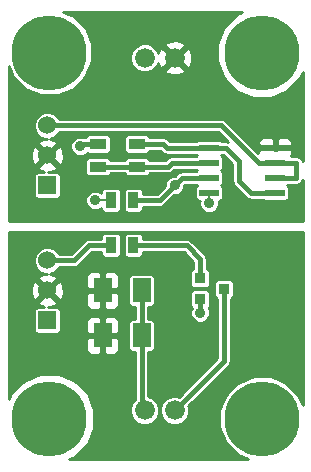
<source format=gtl>
G04 (created by PCBNEW (2013-04-19 BZR 4011)-stable) date 05/01/2015 16:59:12*
%MOIN*%
G04 Gerber Fmt 3.4, Leading zero omitted, Abs format*
%FSLAX34Y34*%
G01*
G70*
G90*
G04 APERTURE LIST*
%ADD10C,2.3622e-006*%
%ADD11C,0.25*%
%ADD12C,0.066*%
%ADD13R,0.036X0.036*%
%ADD14R,0.065X0.0236*%
%ADD15R,0.06X0.08*%
%ADD16R,0.055X0.035*%
%ADD17R,0.06X0.06*%
%ADD18C,0.06*%
%ADD19R,0.035X0.055*%
%ADD20C,0.035*%
%ADD21C,0.015*%
%ADD22C,0.008*%
%ADD23C,0.01*%
G04 APERTURE END LIST*
G54D10*
G54D11*
X8661Y-13779D03*
X1574Y-1574D03*
G54D12*
X4750Y-13500D03*
X5750Y-13500D03*
X5750Y-1750D03*
X4750Y-1750D03*
G54D13*
X6600Y-9800D03*
X6600Y-9100D03*
X7400Y-9450D03*
G54D14*
X9100Y-4750D03*
X6900Y-4750D03*
X9100Y-5250D03*
X9100Y-5750D03*
X9100Y-6250D03*
X6900Y-5250D03*
X6900Y-5750D03*
X6900Y-6250D03*
G54D15*
X3350Y-9500D03*
X4650Y-9500D03*
X3350Y-11000D03*
X4650Y-11000D03*
G54D16*
X4500Y-5375D03*
X4500Y-4625D03*
G54D17*
X1500Y-10500D03*
G54D18*
X1500Y-9500D03*
X1500Y-8500D03*
G54D17*
X1500Y-6000D03*
G54D18*
X1500Y-5000D03*
X1500Y-4000D03*
G54D19*
X3625Y-6500D03*
X4375Y-6500D03*
G54D16*
X3200Y-4625D03*
X3200Y-5375D03*
G54D19*
X3625Y-8000D03*
X4375Y-8000D03*
G54D11*
X1574Y-13779D03*
X8661Y-1574D03*
G54D20*
X2600Y-4700D03*
X6900Y-6600D03*
X3100Y-6500D03*
X6600Y-10250D03*
X5750Y-6000D03*
G54D21*
X3200Y-4625D02*
X2675Y-4625D01*
X2675Y-4625D02*
X2600Y-4700D01*
G54D22*
X6900Y-6250D02*
X6900Y-6600D01*
X3625Y-6500D02*
X3100Y-6500D01*
G54D21*
X6600Y-9800D02*
X6586Y-10236D01*
X6586Y-10236D02*
X6600Y-10250D01*
X3200Y-5375D02*
X4500Y-5375D01*
X4500Y-5375D02*
X5525Y-5375D01*
X5650Y-5250D02*
X6900Y-5250D01*
X5525Y-5375D02*
X5650Y-5250D01*
X7400Y-9450D02*
X7400Y-11850D01*
X7400Y-11850D02*
X5750Y-13500D01*
X6900Y-4750D02*
X7450Y-4750D01*
X8300Y-6250D02*
X9100Y-6250D01*
X7900Y-5850D02*
X8300Y-6250D01*
X7900Y-5200D02*
X7900Y-5850D01*
X7450Y-4750D02*
X7900Y-5200D01*
X6900Y-4750D02*
X5500Y-4750D01*
X5500Y-4750D02*
X5375Y-4625D01*
X5375Y-4625D02*
X4500Y-4625D01*
G54D22*
X4500Y-4625D02*
X5375Y-4625D01*
X5375Y-4625D02*
X5500Y-4750D01*
G54D21*
X6900Y-5750D02*
X6000Y-5750D01*
X6000Y-5750D02*
X5750Y-6000D01*
X4375Y-6500D02*
X5250Y-6500D01*
X5250Y-6500D02*
X5750Y-6000D01*
G54D22*
X6000Y-5750D02*
X5750Y-6000D01*
X5250Y-6500D02*
X6000Y-5750D01*
G54D21*
X5950Y-4000D02*
X7300Y-4000D01*
X8550Y-5250D02*
X9100Y-5250D01*
X7300Y-4000D02*
X8550Y-5250D01*
X9100Y-5250D02*
X9800Y-5250D01*
X9800Y-5250D02*
X9800Y-5750D01*
X9800Y-5750D02*
X9100Y-5750D01*
X1500Y-4000D02*
X5950Y-4000D01*
X6600Y-9100D02*
X6600Y-8450D01*
X6150Y-8000D02*
X4375Y-8000D01*
X6600Y-8450D02*
X6150Y-8000D01*
X1500Y-8500D02*
X2400Y-8500D01*
X2900Y-8000D02*
X3625Y-8000D01*
X2400Y-8500D02*
X2900Y-8000D01*
X4650Y-9500D02*
X4650Y-11000D01*
X4650Y-11000D02*
X4650Y-13400D01*
X4650Y-13400D02*
X4750Y-13500D01*
G54D10*
G36*
X10011Y-7200D02*
X3950Y-7200D01*
X3950Y-6745D01*
X3950Y-6195D01*
X3927Y-6140D01*
X3885Y-6097D01*
X3829Y-6075D01*
X3770Y-6074D01*
X3420Y-6074D01*
X3365Y-6097D01*
X3322Y-6139D01*
X3300Y-6195D01*
X3299Y-6240D01*
X3284Y-6224D01*
X3164Y-6175D01*
X3035Y-6174D01*
X2916Y-6224D01*
X2824Y-6315D01*
X2775Y-6435D01*
X2774Y-6564D01*
X2824Y-6683D01*
X2915Y-6775D01*
X3035Y-6824D01*
X3164Y-6825D01*
X3283Y-6775D01*
X3299Y-6759D01*
X3299Y-6804D01*
X3322Y-6859D01*
X3364Y-6902D01*
X3420Y-6924D01*
X3479Y-6925D01*
X3829Y-6925D01*
X3884Y-6902D01*
X3927Y-6860D01*
X3949Y-6804D01*
X3950Y-6745D01*
X3950Y-7200D01*
X2054Y-7200D01*
X2054Y-5081D01*
X2043Y-4863D01*
X1981Y-4712D01*
X1885Y-4684D01*
X1570Y-5000D01*
X1885Y-5315D01*
X1981Y-5287D01*
X2054Y-5081D01*
X2054Y-7200D01*
X1950Y-7200D01*
X1950Y-6270D01*
X1950Y-5670D01*
X1927Y-5615D01*
X1885Y-5572D01*
X1829Y-5550D01*
X1770Y-5549D01*
X1514Y-5549D01*
X1636Y-5543D01*
X1787Y-5481D01*
X1815Y-5385D01*
X1500Y-5070D01*
X1429Y-5141D01*
X1429Y-5000D01*
X1114Y-4684D01*
X1018Y-4712D01*
X945Y-4918D01*
X956Y-5136D01*
X1018Y-5287D01*
X1114Y-5315D01*
X1429Y-5000D01*
X1429Y-5141D01*
X1184Y-5385D01*
X1212Y-5481D01*
X1404Y-5549D01*
X1170Y-5549D01*
X1115Y-5572D01*
X1072Y-5614D01*
X1050Y-5670D01*
X1049Y-5729D01*
X1049Y-6329D01*
X1072Y-6384D01*
X1114Y-6427D01*
X1170Y-6449D01*
X1229Y-6450D01*
X1829Y-6450D01*
X1884Y-6427D01*
X1927Y-6385D01*
X1949Y-6329D01*
X1950Y-6270D01*
X1950Y-7200D01*
X225Y-7200D01*
X225Y-2026D01*
X370Y-2378D01*
X769Y-2777D01*
X1291Y-2994D01*
X1856Y-2995D01*
X2378Y-2779D01*
X2777Y-2380D01*
X2994Y-1858D01*
X2995Y-1293D01*
X2779Y-771D01*
X2380Y-371D01*
X2026Y-225D01*
X8000Y-225D01*
X7812Y-302D01*
X7390Y-724D01*
X7161Y-1275D01*
X7161Y-1871D01*
X7389Y-2423D01*
X7810Y-2845D01*
X8361Y-3074D01*
X8958Y-3075D01*
X9509Y-2847D01*
X9932Y-2425D01*
X10011Y-2235D01*
X10011Y-5180D01*
X10007Y-5163D01*
X9959Y-5090D01*
X9886Y-5042D01*
X9800Y-5025D01*
X9621Y-5025D01*
X9637Y-5009D01*
X9675Y-4917D01*
X9675Y-4582D01*
X9637Y-4490D01*
X9566Y-4420D01*
X9474Y-4382D01*
X9375Y-4381D01*
X9212Y-4382D01*
X9150Y-4444D01*
X9150Y-4700D01*
X9612Y-4700D01*
X9675Y-4637D01*
X9675Y-4582D01*
X9675Y-4917D01*
X9675Y-4862D01*
X9612Y-4800D01*
X9150Y-4800D01*
X9150Y-4807D01*
X9050Y-4807D01*
X9050Y-4800D01*
X9050Y-4700D01*
X9050Y-4444D01*
X8987Y-4382D01*
X8824Y-4381D01*
X8725Y-4382D01*
X8633Y-4420D01*
X8562Y-4490D01*
X8524Y-4582D01*
X8525Y-4637D01*
X8587Y-4700D01*
X9050Y-4700D01*
X9050Y-4800D01*
X8587Y-4800D01*
X8525Y-4862D01*
X8524Y-4906D01*
X7459Y-3840D01*
X7386Y-3792D01*
X7371Y-3789D01*
X7300Y-3774D01*
X7299Y-3775D01*
X6334Y-3775D01*
X6334Y-1838D01*
X6324Y-1608D01*
X6256Y-1444D01*
X6157Y-1413D01*
X6086Y-1483D01*
X6086Y-1342D01*
X6055Y-1243D01*
X5838Y-1165D01*
X5608Y-1175D01*
X5444Y-1243D01*
X5413Y-1342D01*
X5750Y-1679D01*
X6086Y-1342D01*
X6086Y-1483D01*
X5820Y-1750D01*
X6157Y-2086D01*
X6256Y-2055D01*
X6334Y-1838D01*
X6334Y-3775D01*
X6086Y-3775D01*
X6086Y-2157D01*
X5750Y-1820D01*
X5679Y-1891D01*
X5679Y-1750D01*
X5342Y-1413D01*
X5243Y-1444D01*
X5196Y-1574D01*
X5157Y-1478D01*
X5022Y-1343D01*
X4845Y-1270D01*
X4654Y-1269D01*
X4478Y-1342D01*
X4343Y-1477D01*
X4270Y-1654D01*
X4269Y-1845D01*
X4342Y-2021D01*
X4477Y-2156D01*
X4654Y-2229D01*
X4845Y-2230D01*
X5021Y-2157D01*
X5156Y-2022D01*
X5193Y-1933D01*
X5243Y-2055D01*
X5342Y-2086D01*
X5679Y-1750D01*
X5679Y-1891D01*
X5413Y-2157D01*
X5444Y-2256D01*
X5661Y-2334D01*
X5891Y-2324D01*
X6055Y-2256D01*
X6086Y-2157D01*
X6086Y-3775D01*
X5950Y-3775D01*
X1893Y-3775D01*
X1881Y-3745D01*
X1755Y-3618D01*
X1589Y-3550D01*
X1410Y-3549D01*
X1245Y-3618D01*
X1118Y-3744D01*
X1050Y-3910D01*
X1049Y-4089D01*
X1118Y-4254D01*
X1244Y-4381D01*
X1410Y-4449D01*
X1486Y-4449D01*
X1363Y-4456D01*
X1212Y-4518D01*
X1184Y-4614D01*
X1500Y-4929D01*
X1815Y-4614D01*
X1787Y-4518D01*
X1592Y-4448D01*
X1754Y-4381D01*
X1881Y-4255D01*
X1893Y-4225D01*
X5950Y-4225D01*
X7206Y-4225D01*
X7520Y-4539D01*
X7450Y-4524D01*
X7449Y-4525D01*
X7330Y-4525D01*
X7310Y-4504D01*
X7254Y-4482D01*
X7195Y-4481D01*
X6545Y-4481D01*
X6490Y-4504D01*
X6469Y-4525D01*
X5593Y-4525D01*
X5534Y-4465D01*
X5461Y-4417D01*
X5446Y-4414D01*
X5375Y-4399D01*
X5374Y-4400D01*
X4916Y-4400D01*
X4902Y-4365D01*
X4860Y-4322D01*
X4804Y-4300D01*
X4745Y-4299D01*
X4195Y-4299D01*
X4140Y-4322D01*
X4097Y-4364D01*
X4075Y-4420D01*
X4074Y-4479D01*
X4074Y-4829D01*
X4097Y-4884D01*
X4139Y-4927D01*
X4195Y-4949D01*
X4254Y-4950D01*
X4804Y-4950D01*
X4859Y-4927D01*
X4902Y-4885D01*
X4916Y-4850D01*
X5281Y-4850D01*
X5340Y-4909D01*
X5340Y-4909D01*
X5413Y-4957D01*
X5499Y-4975D01*
X5499Y-4974D01*
X5500Y-4975D01*
X6469Y-4975D01*
X6489Y-4995D01*
X6501Y-4999D01*
X6490Y-5004D01*
X6469Y-5025D01*
X5650Y-5025D01*
X5649Y-5025D01*
X5563Y-5042D01*
X5490Y-5090D01*
X5490Y-5090D01*
X5431Y-5150D01*
X4916Y-5150D01*
X4902Y-5115D01*
X4860Y-5072D01*
X4804Y-5050D01*
X4745Y-5049D01*
X4195Y-5049D01*
X4140Y-5072D01*
X4097Y-5114D01*
X4083Y-5150D01*
X3625Y-5150D01*
X3625Y-4770D01*
X3625Y-4420D01*
X3602Y-4365D01*
X3560Y-4322D01*
X3504Y-4300D01*
X3445Y-4299D01*
X2895Y-4299D01*
X2840Y-4322D01*
X2797Y-4364D01*
X2783Y-4400D01*
X2725Y-4400D01*
X2664Y-4375D01*
X2535Y-4374D01*
X2416Y-4424D01*
X2324Y-4515D01*
X2275Y-4635D01*
X2274Y-4764D01*
X2324Y-4883D01*
X2415Y-4975D01*
X2535Y-5024D01*
X2664Y-5025D01*
X2783Y-4975D01*
X2836Y-4923D01*
X2839Y-4927D01*
X2895Y-4949D01*
X2954Y-4950D01*
X3504Y-4950D01*
X3559Y-4927D01*
X3602Y-4885D01*
X3624Y-4829D01*
X3625Y-4770D01*
X3625Y-5150D01*
X3616Y-5150D01*
X3602Y-5115D01*
X3560Y-5072D01*
X3504Y-5050D01*
X3445Y-5049D01*
X2895Y-5049D01*
X2840Y-5072D01*
X2797Y-5114D01*
X2775Y-5170D01*
X2774Y-5229D01*
X2774Y-5579D01*
X2797Y-5634D01*
X2839Y-5677D01*
X2895Y-5699D01*
X2954Y-5700D01*
X3504Y-5700D01*
X3559Y-5677D01*
X3602Y-5635D01*
X3616Y-5600D01*
X4083Y-5600D01*
X4097Y-5634D01*
X4139Y-5677D01*
X4195Y-5699D01*
X4254Y-5700D01*
X4804Y-5700D01*
X4859Y-5677D01*
X4902Y-5635D01*
X4916Y-5600D01*
X5524Y-5600D01*
X5525Y-5600D01*
X5525Y-5600D01*
X5596Y-5585D01*
X5611Y-5582D01*
X5611Y-5582D01*
X5684Y-5534D01*
X5743Y-5475D01*
X6469Y-5475D01*
X6489Y-5495D01*
X6501Y-5499D01*
X6490Y-5504D01*
X6469Y-5525D01*
X6000Y-5525D01*
X5913Y-5542D01*
X5840Y-5590D01*
X5840Y-5590D01*
X5756Y-5675D01*
X5685Y-5674D01*
X5566Y-5724D01*
X5474Y-5815D01*
X5425Y-5935D01*
X5424Y-6006D01*
X5156Y-6275D01*
X4700Y-6275D01*
X4700Y-6195D01*
X4677Y-6140D01*
X4635Y-6097D01*
X4579Y-6075D01*
X4520Y-6074D01*
X4170Y-6074D01*
X4115Y-6097D01*
X4072Y-6139D01*
X4050Y-6195D01*
X4049Y-6254D01*
X4049Y-6804D01*
X4072Y-6859D01*
X4114Y-6902D01*
X4170Y-6924D01*
X4229Y-6925D01*
X4579Y-6925D01*
X4634Y-6902D01*
X4677Y-6860D01*
X4699Y-6804D01*
X4700Y-6745D01*
X4700Y-6725D01*
X5249Y-6725D01*
X5250Y-6725D01*
X5250Y-6725D01*
X5321Y-6710D01*
X5336Y-6707D01*
X5336Y-6707D01*
X5409Y-6659D01*
X5743Y-6324D01*
X5814Y-6325D01*
X5933Y-6275D01*
X6025Y-6184D01*
X6074Y-6064D01*
X6075Y-5993D01*
X6093Y-5975D01*
X6469Y-5975D01*
X6489Y-5995D01*
X6501Y-5999D01*
X6490Y-6004D01*
X6447Y-6046D01*
X6425Y-6102D01*
X6424Y-6161D01*
X6424Y-6397D01*
X6447Y-6452D01*
X6489Y-6495D01*
X6545Y-6517D01*
X6582Y-6518D01*
X6575Y-6535D01*
X6574Y-6664D01*
X6624Y-6783D01*
X6715Y-6875D01*
X6835Y-6924D01*
X6964Y-6925D01*
X7083Y-6875D01*
X7175Y-6784D01*
X7224Y-6664D01*
X7225Y-6535D01*
X7217Y-6518D01*
X7254Y-6518D01*
X7309Y-6495D01*
X7352Y-6453D01*
X7374Y-6397D01*
X7375Y-6338D01*
X7375Y-6102D01*
X7352Y-6047D01*
X7310Y-6004D01*
X7298Y-6000D01*
X7309Y-5995D01*
X7352Y-5953D01*
X7374Y-5897D01*
X7375Y-5838D01*
X7375Y-5602D01*
X7352Y-5547D01*
X7310Y-5504D01*
X7298Y-5500D01*
X7309Y-5495D01*
X7352Y-5453D01*
X7374Y-5397D01*
X7375Y-5338D01*
X7375Y-5102D01*
X7352Y-5047D01*
X7310Y-5004D01*
X7298Y-5000D01*
X7309Y-4995D01*
X7330Y-4975D01*
X7356Y-4975D01*
X7675Y-5293D01*
X7675Y-5849D01*
X7674Y-5850D01*
X7689Y-5921D01*
X7692Y-5936D01*
X7740Y-6009D01*
X8140Y-6409D01*
X8140Y-6409D01*
X8213Y-6457D01*
X8299Y-6475D01*
X8299Y-6474D01*
X8300Y-6475D01*
X8669Y-6475D01*
X8689Y-6495D01*
X8745Y-6517D01*
X8804Y-6518D01*
X9454Y-6518D01*
X9509Y-6495D01*
X9552Y-6453D01*
X9574Y-6397D01*
X9575Y-6338D01*
X9575Y-6102D01*
X9552Y-6047D01*
X9510Y-6004D01*
X9498Y-6000D01*
X9509Y-5995D01*
X9530Y-5975D01*
X9800Y-5975D01*
X9886Y-5957D01*
X9959Y-5909D01*
X10007Y-5836D01*
X10011Y-5819D01*
X10011Y-7200D01*
X10011Y-7200D01*
G37*
G54D23*
X10011Y-7200D02*
X3950Y-7200D01*
X3950Y-6745D01*
X3950Y-6195D01*
X3927Y-6140D01*
X3885Y-6097D01*
X3829Y-6075D01*
X3770Y-6074D01*
X3420Y-6074D01*
X3365Y-6097D01*
X3322Y-6139D01*
X3300Y-6195D01*
X3299Y-6240D01*
X3284Y-6224D01*
X3164Y-6175D01*
X3035Y-6174D01*
X2916Y-6224D01*
X2824Y-6315D01*
X2775Y-6435D01*
X2774Y-6564D01*
X2824Y-6683D01*
X2915Y-6775D01*
X3035Y-6824D01*
X3164Y-6825D01*
X3283Y-6775D01*
X3299Y-6759D01*
X3299Y-6804D01*
X3322Y-6859D01*
X3364Y-6902D01*
X3420Y-6924D01*
X3479Y-6925D01*
X3829Y-6925D01*
X3884Y-6902D01*
X3927Y-6860D01*
X3949Y-6804D01*
X3950Y-6745D01*
X3950Y-7200D01*
X2054Y-7200D01*
X2054Y-5081D01*
X2043Y-4863D01*
X1981Y-4712D01*
X1885Y-4684D01*
X1570Y-5000D01*
X1885Y-5315D01*
X1981Y-5287D01*
X2054Y-5081D01*
X2054Y-7200D01*
X1950Y-7200D01*
X1950Y-6270D01*
X1950Y-5670D01*
X1927Y-5615D01*
X1885Y-5572D01*
X1829Y-5550D01*
X1770Y-5549D01*
X1514Y-5549D01*
X1636Y-5543D01*
X1787Y-5481D01*
X1815Y-5385D01*
X1500Y-5070D01*
X1429Y-5141D01*
X1429Y-5000D01*
X1114Y-4684D01*
X1018Y-4712D01*
X945Y-4918D01*
X956Y-5136D01*
X1018Y-5287D01*
X1114Y-5315D01*
X1429Y-5000D01*
X1429Y-5141D01*
X1184Y-5385D01*
X1212Y-5481D01*
X1404Y-5549D01*
X1170Y-5549D01*
X1115Y-5572D01*
X1072Y-5614D01*
X1050Y-5670D01*
X1049Y-5729D01*
X1049Y-6329D01*
X1072Y-6384D01*
X1114Y-6427D01*
X1170Y-6449D01*
X1229Y-6450D01*
X1829Y-6450D01*
X1884Y-6427D01*
X1927Y-6385D01*
X1949Y-6329D01*
X1950Y-6270D01*
X1950Y-7200D01*
X225Y-7200D01*
X225Y-2026D01*
X370Y-2378D01*
X769Y-2777D01*
X1291Y-2994D01*
X1856Y-2995D01*
X2378Y-2779D01*
X2777Y-2380D01*
X2994Y-1858D01*
X2995Y-1293D01*
X2779Y-771D01*
X2380Y-371D01*
X2026Y-225D01*
X8000Y-225D01*
X7812Y-302D01*
X7390Y-724D01*
X7161Y-1275D01*
X7161Y-1871D01*
X7389Y-2423D01*
X7810Y-2845D01*
X8361Y-3074D01*
X8958Y-3075D01*
X9509Y-2847D01*
X9932Y-2425D01*
X10011Y-2235D01*
X10011Y-5180D01*
X10007Y-5163D01*
X9959Y-5090D01*
X9886Y-5042D01*
X9800Y-5025D01*
X9621Y-5025D01*
X9637Y-5009D01*
X9675Y-4917D01*
X9675Y-4582D01*
X9637Y-4490D01*
X9566Y-4420D01*
X9474Y-4382D01*
X9375Y-4381D01*
X9212Y-4382D01*
X9150Y-4444D01*
X9150Y-4700D01*
X9612Y-4700D01*
X9675Y-4637D01*
X9675Y-4582D01*
X9675Y-4917D01*
X9675Y-4862D01*
X9612Y-4800D01*
X9150Y-4800D01*
X9150Y-4807D01*
X9050Y-4807D01*
X9050Y-4800D01*
X9050Y-4700D01*
X9050Y-4444D01*
X8987Y-4382D01*
X8824Y-4381D01*
X8725Y-4382D01*
X8633Y-4420D01*
X8562Y-4490D01*
X8524Y-4582D01*
X8525Y-4637D01*
X8587Y-4700D01*
X9050Y-4700D01*
X9050Y-4800D01*
X8587Y-4800D01*
X8525Y-4862D01*
X8524Y-4906D01*
X7459Y-3840D01*
X7386Y-3792D01*
X7371Y-3789D01*
X7300Y-3774D01*
X7299Y-3775D01*
X6334Y-3775D01*
X6334Y-1838D01*
X6324Y-1608D01*
X6256Y-1444D01*
X6157Y-1413D01*
X6086Y-1483D01*
X6086Y-1342D01*
X6055Y-1243D01*
X5838Y-1165D01*
X5608Y-1175D01*
X5444Y-1243D01*
X5413Y-1342D01*
X5750Y-1679D01*
X6086Y-1342D01*
X6086Y-1483D01*
X5820Y-1750D01*
X6157Y-2086D01*
X6256Y-2055D01*
X6334Y-1838D01*
X6334Y-3775D01*
X6086Y-3775D01*
X6086Y-2157D01*
X5750Y-1820D01*
X5679Y-1891D01*
X5679Y-1750D01*
X5342Y-1413D01*
X5243Y-1444D01*
X5196Y-1574D01*
X5157Y-1478D01*
X5022Y-1343D01*
X4845Y-1270D01*
X4654Y-1269D01*
X4478Y-1342D01*
X4343Y-1477D01*
X4270Y-1654D01*
X4269Y-1845D01*
X4342Y-2021D01*
X4477Y-2156D01*
X4654Y-2229D01*
X4845Y-2230D01*
X5021Y-2157D01*
X5156Y-2022D01*
X5193Y-1933D01*
X5243Y-2055D01*
X5342Y-2086D01*
X5679Y-1750D01*
X5679Y-1891D01*
X5413Y-2157D01*
X5444Y-2256D01*
X5661Y-2334D01*
X5891Y-2324D01*
X6055Y-2256D01*
X6086Y-2157D01*
X6086Y-3775D01*
X5950Y-3775D01*
X1893Y-3775D01*
X1881Y-3745D01*
X1755Y-3618D01*
X1589Y-3550D01*
X1410Y-3549D01*
X1245Y-3618D01*
X1118Y-3744D01*
X1050Y-3910D01*
X1049Y-4089D01*
X1118Y-4254D01*
X1244Y-4381D01*
X1410Y-4449D01*
X1486Y-4449D01*
X1363Y-4456D01*
X1212Y-4518D01*
X1184Y-4614D01*
X1500Y-4929D01*
X1815Y-4614D01*
X1787Y-4518D01*
X1592Y-4448D01*
X1754Y-4381D01*
X1881Y-4255D01*
X1893Y-4225D01*
X5950Y-4225D01*
X7206Y-4225D01*
X7520Y-4539D01*
X7450Y-4524D01*
X7449Y-4525D01*
X7330Y-4525D01*
X7310Y-4504D01*
X7254Y-4482D01*
X7195Y-4481D01*
X6545Y-4481D01*
X6490Y-4504D01*
X6469Y-4525D01*
X5593Y-4525D01*
X5534Y-4465D01*
X5461Y-4417D01*
X5446Y-4414D01*
X5375Y-4399D01*
X5374Y-4400D01*
X4916Y-4400D01*
X4902Y-4365D01*
X4860Y-4322D01*
X4804Y-4300D01*
X4745Y-4299D01*
X4195Y-4299D01*
X4140Y-4322D01*
X4097Y-4364D01*
X4075Y-4420D01*
X4074Y-4479D01*
X4074Y-4829D01*
X4097Y-4884D01*
X4139Y-4927D01*
X4195Y-4949D01*
X4254Y-4950D01*
X4804Y-4950D01*
X4859Y-4927D01*
X4902Y-4885D01*
X4916Y-4850D01*
X5281Y-4850D01*
X5340Y-4909D01*
X5340Y-4909D01*
X5413Y-4957D01*
X5499Y-4975D01*
X5499Y-4974D01*
X5500Y-4975D01*
X6469Y-4975D01*
X6489Y-4995D01*
X6501Y-4999D01*
X6490Y-5004D01*
X6469Y-5025D01*
X5650Y-5025D01*
X5649Y-5025D01*
X5563Y-5042D01*
X5490Y-5090D01*
X5490Y-5090D01*
X5431Y-5150D01*
X4916Y-5150D01*
X4902Y-5115D01*
X4860Y-5072D01*
X4804Y-5050D01*
X4745Y-5049D01*
X4195Y-5049D01*
X4140Y-5072D01*
X4097Y-5114D01*
X4083Y-5150D01*
X3625Y-5150D01*
X3625Y-4770D01*
X3625Y-4420D01*
X3602Y-4365D01*
X3560Y-4322D01*
X3504Y-4300D01*
X3445Y-4299D01*
X2895Y-4299D01*
X2840Y-4322D01*
X2797Y-4364D01*
X2783Y-4400D01*
X2725Y-4400D01*
X2664Y-4375D01*
X2535Y-4374D01*
X2416Y-4424D01*
X2324Y-4515D01*
X2275Y-4635D01*
X2274Y-4764D01*
X2324Y-4883D01*
X2415Y-4975D01*
X2535Y-5024D01*
X2664Y-5025D01*
X2783Y-4975D01*
X2836Y-4923D01*
X2839Y-4927D01*
X2895Y-4949D01*
X2954Y-4950D01*
X3504Y-4950D01*
X3559Y-4927D01*
X3602Y-4885D01*
X3624Y-4829D01*
X3625Y-4770D01*
X3625Y-5150D01*
X3616Y-5150D01*
X3602Y-5115D01*
X3560Y-5072D01*
X3504Y-5050D01*
X3445Y-5049D01*
X2895Y-5049D01*
X2840Y-5072D01*
X2797Y-5114D01*
X2775Y-5170D01*
X2774Y-5229D01*
X2774Y-5579D01*
X2797Y-5634D01*
X2839Y-5677D01*
X2895Y-5699D01*
X2954Y-5700D01*
X3504Y-5700D01*
X3559Y-5677D01*
X3602Y-5635D01*
X3616Y-5600D01*
X4083Y-5600D01*
X4097Y-5634D01*
X4139Y-5677D01*
X4195Y-5699D01*
X4254Y-5700D01*
X4804Y-5700D01*
X4859Y-5677D01*
X4902Y-5635D01*
X4916Y-5600D01*
X5524Y-5600D01*
X5525Y-5600D01*
X5525Y-5600D01*
X5596Y-5585D01*
X5611Y-5582D01*
X5611Y-5582D01*
X5684Y-5534D01*
X5743Y-5475D01*
X6469Y-5475D01*
X6489Y-5495D01*
X6501Y-5499D01*
X6490Y-5504D01*
X6469Y-5525D01*
X6000Y-5525D01*
X5913Y-5542D01*
X5840Y-5590D01*
X5840Y-5590D01*
X5756Y-5675D01*
X5685Y-5674D01*
X5566Y-5724D01*
X5474Y-5815D01*
X5425Y-5935D01*
X5424Y-6006D01*
X5156Y-6275D01*
X4700Y-6275D01*
X4700Y-6195D01*
X4677Y-6140D01*
X4635Y-6097D01*
X4579Y-6075D01*
X4520Y-6074D01*
X4170Y-6074D01*
X4115Y-6097D01*
X4072Y-6139D01*
X4050Y-6195D01*
X4049Y-6254D01*
X4049Y-6804D01*
X4072Y-6859D01*
X4114Y-6902D01*
X4170Y-6924D01*
X4229Y-6925D01*
X4579Y-6925D01*
X4634Y-6902D01*
X4677Y-6860D01*
X4699Y-6804D01*
X4700Y-6745D01*
X4700Y-6725D01*
X5249Y-6725D01*
X5250Y-6725D01*
X5250Y-6725D01*
X5321Y-6710D01*
X5336Y-6707D01*
X5336Y-6707D01*
X5409Y-6659D01*
X5743Y-6324D01*
X5814Y-6325D01*
X5933Y-6275D01*
X6025Y-6184D01*
X6074Y-6064D01*
X6075Y-5993D01*
X6093Y-5975D01*
X6469Y-5975D01*
X6489Y-5995D01*
X6501Y-5999D01*
X6490Y-6004D01*
X6447Y-6046D01*
X6425Y-6102D01*
X6424Y-6161D01*
X6424Y-6397D01*
X6447Y-6452D01*
X6489Y-6495D01*
X6545Y-6517D01*
X6582Y-6518D01*
X6575Y-6535D01*
X6574Y-6664D01*
X6624Y-6783D01*
X6715Y-6875D01*
X6835Y-6924D01*
X6964Y-6925D01*
X7083Y-6875D01*
X7175Y-6784D01*
X7224Y-6664D01*
X7225Y-6535D01*
X7217Y-6518D01*
X7254Y-6518D01*
X7309Y-6495D01*
X7352Y-6453D01*
X7374Y-6397D01*
X7375Y-6338D01*
X7375Y-6102D01*
X7352Y-6047D01*
X7310Y-6004D01*
X7298Y-6000D01*
X7309Y-5995D01*
X7352Y-5953D01*
X7374Y-5897D01*
X7375Y-5838D01*
X7375Y-5602D01*
X7352Y-5547D01*
X7310Y-5504D01*
X7298Y-5500D01*
X7309Y-5495D01*
X7352Y-5453D01*
X7374Y-5397D01*
X7375Y-5338D01*
X7375Y-5102D01*
X7352Y-5047D01*
X7310Y-5004D01*
X7298Y-5000D01*
X7309Y-4995D01*
X7330Y-4975D01*
X7356Y-4975D01*
X7675Y-5293D01*
X7675Y-5849D01*
X7674Y-5850D01*
X7689Y-5921D01*
X7692Y-5936D01*
X7740Y-6009D01*
X8140Y-6409D01*
X8140Y-6409D01*
X8213Y-6457D01*
X8299Y-6475D01*
X8299Y-6474D01*
X8300Y-6475D01*
X8669Y-6475D01*
X8689Y-6495D01*
X8745Y-6517D01*
X8804Y-6518D01*
X9454Y-6518D01*
X9509Y-6495D01*
X9552Y-6453D01*
X9574Y-6397D01*
X9575Y-6338D01*
X9575Y-6102D01*
X9552Y-6047D01*
X9510Y-6004D01*
X9498Y-6000D01*
X9509Y-5995D01*
X9530Y-5975D01*
X9800Y-5975D01*
X9886Y-5957D01*
X9959Y-5909D01*
X10007Y-5836D01*
X10011Y-5819D01*
X10011Y-7200D01*
G54D10*
G36*
X10011Y-13327D02*
X9865Y-12976D01*
X9466Y-12576D01*
X8945Y-12359D01*
X8380Y-12359D01*
X7858Y-12575D01*
X7730Y-12702D01*
X7730Y-9600D01*
X7730Y-9240D01*
X7707Y-9185D01*
X7665Y-9142D01*
X7609Y-9120D01*
X7550Y-9119D01*
X7190Y-9119D01*
X7135Y-9142D01*
X7092Y-9184D01*
X7070Y-9240D01*
X7069Y-9299D01*
X7069Y-9659D01*
X7092Y-9714D01*
X7134Y-9757D01*
X7175Y-9773D01*
X7175Y-11756D01*
X6930Y-12001D01*
X6930Y-9950D01*
X6930Y-9590D01*
X6930Y-9250D01*
X6930Y-8890D01*
X6907Y-8835D01*
X6865Y-8792D01*
X6825Y-8776D01*
X6825Y-8450D01*
X6825Y-8450D01*
X6825Y-8450D01*
X6810Y-8378D01*
X6807Y-8363D01*
X6807Y-8363D01*
X6759Y-8290D01*
X6759Y-8290D01*
X6309Y-7840D01*
X6236Y-7792D01*
X6221Y-7789D01*
X6150Y-7774D01*
X6149Y-7775D01*
X4700Y-7775D01*
X4700Y-7695D01*
X4677Y-7640D01*
X4635Y-7597D01*
X4579Y-7575D01*
X4520Y-7574D01*
X4170Y-7574D01*
X4115Y-7597D01*
X4072Y-7639D01*
X4050Y-7695D01*
X4049Y-7754D01*
X4049Y-8304D01*
X4072Y-8359D01*
X4114Y-8402D01*
X4170Y-8424D01*
X4229Y-8425D01*
X4579Y-8425D01*
X4634Y-8402D01*
X4677Y-8360D01*
X4699Y-8304D01*
X4700Y-8245D01*
X4700Y-8225D01*
X6056Y-8225D01*
X6375Y-8543D01*
X6375Y-8776D01*
X6335Y-8792D01*
X6292Y-8834D01*
X6270Y-8890D01*
X6269Y-8949D01*
X6269Y-9309D01*
X6292Y-9364D01*
X6334Y-9407D01*
X6390Y-9429D01*
X6449Y-9430D01*
X6809Y-9430D01*
X6864Y-9407D01*
X6907Y-9365D01*
X6929Y-9309D01*
X6930Y-9250D01*
X6930Y-9590D01*
X6907Y-9535D01*
X6865Y-9492D01*
X6809Y-9470D01*
X6750Y-9469D01*
X6390Y-9469D01*
X6335Y-9492D01*
X6292Y-9534D01*
X6270Y-9590D01*
X6269Y-9649D01*
X6269Y-10009D01*
X6292Y-10064D01*
X6315Y-10087D01*
X6275Y-10185D01*
X6274Y-10314D01*
X6324Y-10433D01*
X6415Y-10525D01*
X6535Y-10574D01*
X6664Y-10575D01*
X6783Y-10525D01*
X6875Y-10434D01*
X6924Y-10314D01*
X6925Y-10185D01*
X6884Y-10087D01*
X6907Y-10065D01*
X6929Y-10009D01*
X6930Y-9950D01*
X6930Y-12001D01*
X5892Y-13039D01*
X5845Y-13020D01*
X5654Y-13019D01*
X5478Y-13092D01*
X5343Y-13227D01*
X5270Y-13404D01*
X5269Y-13595D01*
X5342Y-13771D01*
X5477Y-13906D01*
X5654Y-13979D01*
X5845Y-13980D01*
X6021Y-13907D01*
X6156Y-13772D01*
X6229Y-13595D01*
X6230Y-13404D01*
X6210Y-13357D01*
X7559Y-12009D01*
X7559Y-12009D01*
X7559Y-12009D01*
X7607Y-11936D01*
X7607Y-11936D01*
X7610Y-11921D01*
X7625Y-11850D01*
X7625Y-11850D01*
X7625Y-11849D01*
X7625Y-9773D01*
X7664Y-9757D01*
X7707Y-9715D01*
X7729Y-9659D01*
X7730Y-9600D01*
X7730Y-12702D01*
X7458Y-12974D01*
X7241Y-13495D01*
X7241Y-14060D01*
X7456Y-14582D01*
X7856Y-14982D01*
X8209Y-15129D01*
X5230Y-15129D01*
X5230Y-13404D01*
X5157Y-13228D01*
X5022Y-13093D01*
X4875Y-13032D01*
X4875Y-11550D01*
X4979Y-11550D01*
X5034Y-11527D01*
X5077Y-11485D01*
X5099Y-11429D01*
X5100Y-11370D01*
X5100Y-10570D01*
X5077Y-10515D01*
X5035Y-10472D01*
X4979Y-10450D01*
X4920Y-10449D01*
X4875Y-10449D01*
X4875Y-10050D01*
X4979Y-10050D01*
X5034Y-10027D01*
X5077Y-9985D01*
X5099Y-9929D01*
X5100Y-9870D01*
X5100Y-9070D01*
X5077Y-9015D01*
X5035Y-8972D01*
X4979Y-8950D01*
X4920Y-8949D01*
X4320Y-8949D01*
X4265Y-8972D01*
X4222Y-9014D01*
X4200Y-9070D01*
X4199Y-9129D01*
X4199Y-9929D01*
X4222Y-9984D01*
X4264Y-10027D01*
X4320Y-10049D01*
X4379Y-10050D01*
X4425Y-10050D01*
X4425Y-10449D01*
X4320Y-10449D01*
X4265Y-10472D01*
X4222Y-10514D01*
X4200Y-10570D01*
X4199Y-10629D01*
X4199Y-11429D01*
X4222Y-11484D01*
X4264Y-11527D01*
X4320Y-11549D01*
X4379Y-11550D01*
X4425Y-11550D01*
X4425Y-13146D01*
X4343Y-13227D01*
X4270Y-13404D01*
X4269Y-13595D01*
X4342Y-13771D01*
X4477Y-13906D01*
X4654Y-13979D01*
X4845Y-13980D01*
X5021Y-13907D01*
X5156Y-13772D01*
X5229Y-13595D01*
X5230Y-13404D01*
X5230Y-15129D01*
X3950Y-15129D01*
X3950Y-8245D01*
X3950Y-7695D01*
X3927Y-7640D01*
X3885Y-7597D01*
X3829Y-7575D01*
X3770Y-7574D01*
X3420Y-7574D01*
X3365Y-7597D01*
X3322Y-7639D01*
X3300Y-7695D01*
X3299Y-7754D01*
X3299Y-7775D01*
X2900Y-7775D01*
X2900Y-7774D01*
X2828Y-7789D01*
X2813Y-7792D01*
X2740Y-7840D01*
X2740Y-7840D01*
X2306Y-8275D01*
X1893Y-8275D01*
X1881Y-8245D01*
X1755Y-8118D01*
X1589Y-8050D01*
X1410Y-8049D01*
X1245Y-8118D01*
X1118Y-8244D01*
X1050Y-8410D01*
X1049Y-8589D01*
X1118Y-8754D01*
X1244Y-8881D01*
X1410Y-8949D01*
X1486Y-8949D01*
X1363Y-8956D01*
X1212Y-9018D01*
X1184Y-9114D01*
X1500Y-9429D01*
X1815Y-9114D01*
X1787Y-9018D01*
X1592Y-8948D01*
X1754Y-8881D01*
X1881Y-8755D01*
X1893Y-8725D01*
X2399Y-8725D01*
X2400Y-8725D01*
X2400Y-8725D01*
X2471Y-8710D01*
X2486Y-8707D01*
X2486Y-8707D01*
X2559Y-8659D01*
X2993Y-8225D01*
X3299Y-8225D01*
X3299Y-8304D01*
X3322Y-8359D01*
X3364Y-8402D01*
X3420Y-8424D01*
X3479Y-8425D01*
X3829Y-8425D01*
X3884Y-8402D01*
X3927Y-8360D01*
X3949Y-8304D01*
X3950Y-8245D01*
X3950Y-15129D01*
X3900Y-15129D01*
X3900Y-11350D01*
X3900Y-10649D01*
X3900Y-9850D01*
X3900Y-9149D01*
X3899Y-9050D01*
X3861Y-8958D01*
X3791Y-8887D01*
X3699Y-8849D01*
X3462Y-8850D01*
X3400Y-8912D01*
X3400Y-9450D01*
X3837Y-9450D01*
X3900Y-9387D01*
X3900Y-9149D01*
X3900Y-9850D01*
X3900Y-9612D01*
X3837Y-9550D01*
X3400Y-9550D01*
X3400Y-10087D01*
X3462Y-10150D01*
X3699Y-10150D01*
X3791Y-10112D01*
X3861Y-10041D01*
X3899Y-9949D01*
X3900Y-9850D01*
X3900Y-10649D01*
X3899Y-10550D01*
X3861Y-10458D01*
X3791Y-10387D01*
X3699Y-10349D01*
X3462Y-10350D01*
X3400Y-10412D01*
X3400Y-10950D01*
X3837Y-10950D01*
X3900Y-10887D01*
X3900Y-10649D01*
X3900Y-11350D01*
X3900Y-11112D01*
X3837Y-11050D01*
X3400Y-11050D01*
X3400Y-11587D01*
X3462Y-11650D01*
X3699Y-11650D01*
X3791Y-11612D01*
X3861Y-11541D01*
X3899Y-11449D01*
X3900Y-11350D01*
X3900Y-15129D01*
X3300Y-15129D01*
X3300Y-11587D01*
X3300Y-11050D01*
X3300Y-10950D01*
X3300Y-10412D01*
X3300Y-10087D01*
X3300Y-9550D01*
X3300Y-9450D01*
X3300Y-8912D01*
X3237Y-8850D01*
X3000Y-8849D01*
X2908Y-8887D01*
X2838Y-8958D01*
X2800Y-9050D01*
X2799Y-9149D01*
X2800Y-9387D01*
X2862Y-9450D01*
X3300Y-9450D01*
X3300Y-9550D01*
X2862Y-9550D01*
X2800Y-9612D01*
X2799Y-9850D01*
X2800Y-9949D01*
X2838Y-10041D01*
X2908Y-10112D01*
X3000Y-10150D01*
X3237Y-10150D01*
X3300Y-10087D01*
X3300Y-10412D01*
X3237Y-10350D01*
X3000Y-10349D01*
X2908Y-10387D01*
X2838Y-10458D01*
X2800Y-10550D01*
X2799Y-10649D01*
X2800Y-10887D01*
X2862Y-10950D01*
X3300Y-10950D01*
X3300Y-11050D01*
X2862Y-11050D01*
X2800Y-11112D01*
X2799Y-11350D01*
X2800Y-11449D01*
X2838Y-11541D01*
X2908Y-11612D01*
X3000Y-11650D01*
X3237Y-11650D01*
X3300Y-11587D01*
X3300Y-15129D01*
X2235Y-15129D01*
X2423Y-15051D01*
X2845Y-14630D01*
X3074Y-14079D01*
X3075Y-13482D01*
X2847Y-12930D01*
X2425Y-12508D01*
X2054Y-12354D01*
X2054Y-9581D01*
X2043Y-9363D01*
X1981Y-9212D01*
X1885Y-9184D01*
X1570Y-9500D01*
X1885Y-9815D01*
X1981Y-9787D01*
X2054Y-9581D01*
X2054Y-12354D01*
X1950Y-12311D01*
X1950Y-10770D01*
X1950Y-10170D01*
X1927Y-10115D01*
X1885Y-10072D01*
X1829Y-10050D01*
X1770Y-10049D01*
X1514Y-10049D01*
X1636Y-10043D01*
X1787Y-9981D01*
X1815Y-9885D01*
X1500Y-9570D01*
X1429Y-9641D01*
X1429Y-9500D01*
X1114Y-9184D01*
X1018Y-9212D01*
X945Y-9418D01*
X956Y-9636D01*
X1018Y-9787D01*
X1114Y-9815D01*
X1429Y-9500D01*
X1429Y-9641D01*
X1184Y-9885D01*
X1212Y-9981D01*
X1404Y-10049D01*
X1170Y-10049D01*
X1115Y-10072D01*
X1072Y-10114D01*
X1050Y-10170D01*
X1049Y-10229D01*
X1049Y-10829D01*
X1072Y-10884D01*
X1114Y-10927D01*
X1170Y-10949D01*
X1229Y-10950D01*
X1829Y-10950D01*
X1884Y-10927D01*
X1927Y-10885D01*
X1949Y-10829D01*
X1950Y-10770D01*
X1950Y-12311D01*
X1874Y-12279D01*
X1277Y-12279D01*
X726Y-12507D01*
X303Y-12928D01*
X225Y-13118D01*
X225Y-7550D01*
X10011Y-7550D01*
X10011Y-13327D01*
X10011Y-13327D01*
G37*
G54D23*
X10011Y-13327D02*
X9865Y-12976D01*
X9466Y-12576D01*
X8945Y-12359D01*
X8380Y-12359D01*
X7858Y-12575D01*
X7730Y-12702D01*
X7730Y-9600D01*
X7730Y-9240D01*
X7707Y-9185D01*
X7665Y-9142D01*
X7609Y-9120D01*
X7550Y-9119D01*
X7190Y-9119D01*
X7135Y-9142D01*
X7092Y-9184D01*
X7070Y-9240D01*
X7069Y-9299D01*
X7069Y-9659D01*
X7092Y-9714D01*
X7134Y-9757D01*
X7175Y-9773D01*
X7175Y-11756D01*
X6930Y-12001D01*
X6930Y-9950D01*
X6930Y-9590D01*
X6930Y-9250D01*
X6930Y-8890D01*
X6907Y-8835D01*
X6865Y-8792D01*
X6825Y-8776D01*
X6825Y-8450D01*
X6825Y-8450D01*
X6825Y-8450D01*
X6810Y-8378D01*
X6807Y-8363D01*
X6807Y-8363D01*
X6759Y-8290D01*
X6759Y-8290D01*
X6309Y-7840D01*
X6236Y-7792D01*
X6221Y-7789D01*
X6150Y-7774D01*
X6149Y-7775D01*
X4700Y-7775D01*
X4700Y-7695D01*
X4677Y-7640D01*
X4635Y-7597D01*
X4579Y-7575D01*
X4520Y-7574D01*
X4170Y-7574D01*
X4115Y-7597D01*
X4072Y-7639D01*
X4050Y-7695D01*
X4049Y-7754D01*
X4049Y-8304D01*
X4072Y-8359D01*
X4114Y-8402D01*
X4170Y-8424D01*
X4229Y-8425D01*
X4579Y-8425D01*
X4634Y-8402D01*
X4677Y-8360D01*
X4699Y-8304D01*
X4700Y-8245D01*
X4700Y-8225D01*
X6056Y-8225D01*
X6375Y-8543D01*
X6375Y-8776D01*
X6335Y-8792D01*
X6292Y-8834D01*
X6270Y-8890D01*
X6269Y-8949D01*
X6269Y-9309D01*
X6292Y-9364D01*
X6334Y-9407D01*
X6390Y-9429D01*
X6449Y-9430D01*
X6809Y-9430D01*
X6864Y-9407D01*
X6907Y-9365D01*
X6929Y-9309D01*
X6930Y-9250D01*
X6930Y-9590D01*
X6907Y-9535D01*
X6865Y-9492D01*
X6809Y-9470D01*
X6750Y-9469D01*
X6390Y-9469D01*
X6335Y-9492D01*
X6292Y-9534D01*
X6270Y-9590D01*
X6269Y-9649D01*
X6269Y-10009D01*
X6292Y-10064D01*
X6315Y-10087D01*
X6275Y-10185D01*
X6274Y-10314D01*
X6324Y-10433D01*
X6415Y-10525D01*
X6535Y-10574D01*
X6664Y-10575D01*
X6783Y-10525D01*
X6875Y-10434D01*
X6924Y-10314D01*
X6925Y-10185D01*
X6884Y-10087D01*
X6907Y-10065D01*
X6929Y-10009D01*
X6930Y-9950D01*
X6930Y-12001D01*
X5892Y-13039D01*
X5845Y-13020D01*
X5654Y-13019D01*
X5478Y-13092D01*
X5343Y-13227D01*
X5270Y-13404D01*
X5269Y-13595D01*
X5342Y-13771D01*
X5477Y-13906D01*
X5654Y-13979D01*
X5845Y-13980D01*
X6021Y-13907D01*
X6156Y-13772D01*
X6229Y-13595D01*
X6230Y-13404D01*
X6210Y-13357D01*
X7559Y-12009D01*
X7559Y-12009D01*
X7559Y-12009D01*
X7607Y-11936D01*
X7607Y-11936D01*
X7610Y-11921D01*
X7625Y-11850D01*
X7625Y-11850D01*
X7625Y-11849D01*
X7625Y-9773D01*
X7664Y-9757D01*
X7707Y-9715D01*
X7729Y-9659D01*
X7730Y-9600D01*
X7730Y-12702D01*
X7458Y-12974D01*
X7241Y-13495D01*
X7241Y-14060D01*
X7456Y-14582D01*
X7856Y-14982D01*
X8209Y-15129D01*
X5230Y-15129D01*
X5230Y-13404D01*
X5157Y-13228D01*
X5022Y-13093D01*
X4875Y-13032D01*
X4875Y-11550D01*
X4979Y-11550D01*
X5034Y-11527D01*
X5077Y-11485D01*
X5099Y-11429D01*
X5100Y-11370D01*
X5100Y-10570D01*
X5077Y-10515D01*
X5035Y-10472D01*
X4979Y-10450D01*
X4920Y-10449D01*
X4875Y-10449D01*
X4875Y-10050D01*
X4979Y-10050D01*
X5034Y-10027D01*
X5077Y-9985D01*
X5099Y-9929D01*
X5100Y-9870D01*
X5100Y-9070D01*
X5077Y-9015D01*
X5035Y-8972D01*
X4979Y-8950D01*
X4920Y-8949D01*
X4320Y-8949D01*
X4265Y-8972D01*
X4222Y-9014D01*
X4200Y-9070D01*
X4199Y-9129D01*
X4199Y-9929D01*
X4222Y-9984D01*
X4264Y-10027D01*
X4320Y-10049D01*
X4379Y-10050D01*
X4425Y-10050D01*
X4425Y-10449D01*
X4320Y-10449D01*
X4265Y-10472D01*
X4222Y-10514D01*
X4200Y-10570D01*
X4199Y-10629D01*
X4199Y-11429D01*
X4222Y-11484D01*
X4264Y-11527D01*
X4320Y-11549D01*
X4379Y-11550D01*
X4425Y-11550D01*
X4425Y-13146D01*
X4343Y-13227D01*
X4270Y-13404D01*
X4269Y-13595D01*
X4342Y-13771D01*
X4477Y-13906D01*
X4654Y-13979D01*
X4845Y-13980D01*
X5021Y-13907D01*
X5156Y-13772D01*
X5229Y-13595D01*
X5230Y-13404D01*
X5230Y-15129D01*
X3950Y-15129D01*
X3950Y-8245D01*
X3950Y-7695D01*
X3927Y-7640D01*
X3885Y-7597D01*
X3829Y-7575D01*
X3770Y-7574D01*
X3420Y-7574D01*
X3365Y-7597D01*
X3322Y-7639D01*
X3300Y-7695D01*
X3299Y-7754D01*
X3299Y-7775D01*
X2900Y-7775D01*
X2900Y-7774D01*
X2828Y-7789D01*
X2813Y-7792D01*
X2740Y-7840D01*
X2740Y-7840D01*
X2306Y-8275D01*
X1893Y-8275D01*
X1881Y-8245D01*
X1755Y-8118D01*
X1589Y-8050D01*
X1410Y-8049D01*
X1245Y-8118D01*
X1118Y-8244D01*
X1050Y-8410D01*
X1049Y-8589D01*
X1118Y-8754D01*
X1244Y-8881D01*
X1410Y-8949D01*
X1486Y-8949D01*
X1363Y-8956D01*
X1212Y-9018D01*
X1184Y-9114D01*
X1500Y-9429D01*
X1815Y-9114D01*
X1787Y-9018D01*
X1592Y-8948D01*
X1754Y-8881D01*
X1881Y-8755D01*
X1893Y-8725D01*
X2399Y-8725D01*
X2400Y-8725D01*
X2400Y-8725D01*
X2471Y-8710D01*
X2486Y-8707D01*
X2486Y-8707D01*
X2559Y-8659D01*
X2993Y-8225D01*
X3299Y-8225D01*
X3299Y-8304D01*
X3322Y-8359D01*
X3364Y-8402D01*
X3420Y-8424D01*
X3479Y-8425D01*
X3829Y-8425D01*
X3884Y-8402D01*
X3927Y-8360D01*
X3949Y-8304D01*
X3950Y-8245D01*
X3950Y-15129D01*
X3900Y-15129D01*
X3900Y-11350D01*
X3900Y-10649D01*
X3900Y-9850D01*
X3900Y-9149D01*
X3899Y-9050D01*
X3861Y-8958D01*
X3791Y-8887D01*
X3699Y-8849D01*
X3462Y-8850D01*
X3400Y-8912D01*
X3400Y-9450D01*
X3837Y-9450D01*
X3900Y-9387D01*
X3900Y-9149D01*
X3900Y-9850D01*
X3900Y-9612D01*
X3837Y-9550D01*
X3400Y-9550D01*
X3400Y-10087D01*
X3462Y-10150D01*
X3699Y-10150D01*
X3791Y-10112D01*
X3861Y-10041D01*
X3899Y-9949D01*
X3900Y-9850D01*
X3900Y-10649D01*
X3899Y-10550D01*
X3861Y-10458D01*
X3791Y-10387D01*
X3699Y-10349D01*
X3462Y-10350D01*
X3400Y-10412D01*
X3400Y-10950D01*
X3837Y-10950D01*
X3900Y-10887D01*
X3900Y-10649D01*
X3900Y-11350D01*
X3900Y-11112D01*
X3837Y-11050D01*
X3400Y-11050D01*
X3400Y-11587D01*
X3462Y-11650D01*
X3699Y-11650D01*
X3791Y-11612D01*
X3861Y-11541D01*
X3899Y-11449D01*
X3900Y-11350D01*
X3900Y-15129D01*
X3300Y-15129D01*
X3300Y-11587D01*
X3300Y-11050D01*
X3300Y-10950D01*
X3300Y-10412D01*
X3300Y-10087D01*
X3300Y-9550D01*
X3300Y-9450D01*
X3300Y-8912D01*
X3237Y-8850D01*
X3000Y-8849D01*
X2908Y-8887D01*
X2838Y-8958D01*
X2800Y-9050D01*
X2799Y-9149D01*
X2800Y-9387D01*
X2862Y-9450D01*
X3300Y-9450D01*
X3300Y-9550D01*
X2862Y-9550D01*
X2800Y-9612D01*
X2799Y-9850D01*
X2800Y-9949D01*
X2838Y-10041D01*
X2908Y-10112D01*
X3000Y-10150D01*
X3237Y-10150D01*
X3300Y-10087D01*
X3300Y-10412D01*
X3237Y-10350D01*
X3000Y-10349D01*
X2908Y-10387D01*
X2838Y-10458D01*
X2800Y-10550D01*
X2799Y-10649D01*
X2800Y-10887D01*
X2862Y-10950D01*
X3300Y-10950D01*
X3300Y-11050D01*
X2862Y-11050D01*
X2800Y-11112D01*
X2799Y-11350D01*
X2800Y-11449D01*
X2838Y-11541D01*
X2908Y-11612D01*
X3000Y-11650D01*
X3237Y-11650D01*
X3300Y-11587D01*
X3300Y-15129D01*
X2235Y-15129D01*
X2423Y-15051D01*
X2845Y-14630D01*
X3074Y-14079D01*
X3075Y-13482D01*
X2847Y-12930D01*
X2425Y-12508D01*
X2054Y-12354D01*
X2054Y-9581D01*
X2043Y-9363D01*
X1981Y-9212D01*
X1885Y-9184D01*
X1570Y-9500D01*
X1885Y-9815D01*
X1981Y-9787D01*
X2054Y-9581D01*
X2054Y-12354D01*
X1950Y-12311D01*
X1950Y-10770D01*
X1950Y-10170D01*
X1927Y-10115D01*
X1885Y-10072D01*
X1829Y-10050D01*
X1770Y-10049D01*
X1514Y-10049D01*
X1636Y-10043D01*
X1787Y-9981D01*
X1815Y-9885D01*
X1500Y-9570D01*
X1429Y-9641D01*
X1429Y-9500D01*
X1114Y-9184D01*
X1018Y-9212D01*
X945Y-9418D01*
X956Y-9636D01*
X1018Y-9787D01*
X1114Y-9815D01*
X1429Y-9500D01*
X1429Y-9641D01*
X1184Y-9885D01*
X1212Y-9981D01*
X1404Y-10049D01*
X1170Y-10049D01*
X1115Y-10072D01*
X1072Y-10114D01*
X1050Y-10170D01*
X1049Y-10229D01*
X1049Y-10829D01*
X1072Y-10884D01*
X1114Y-10927D01*
X1170Y-10949D01*
X1229Y-10950D01*
X1829Y-10950D01*
X1884Y-10927D01*
X1927Y-10885D01*
X1949Y-10829D01*
X1950Y-10770D01*
X1950Y-12311D01*
X1874Y-12279D01*
X1277Y-12279D01*
X726Y-12507D01*
X303Y-12928D01*
X225Y-13118D01*
X225Y-7550D01*
X10011Y-7550D01*
X10011Y-13327D01*
M02*

</source>
